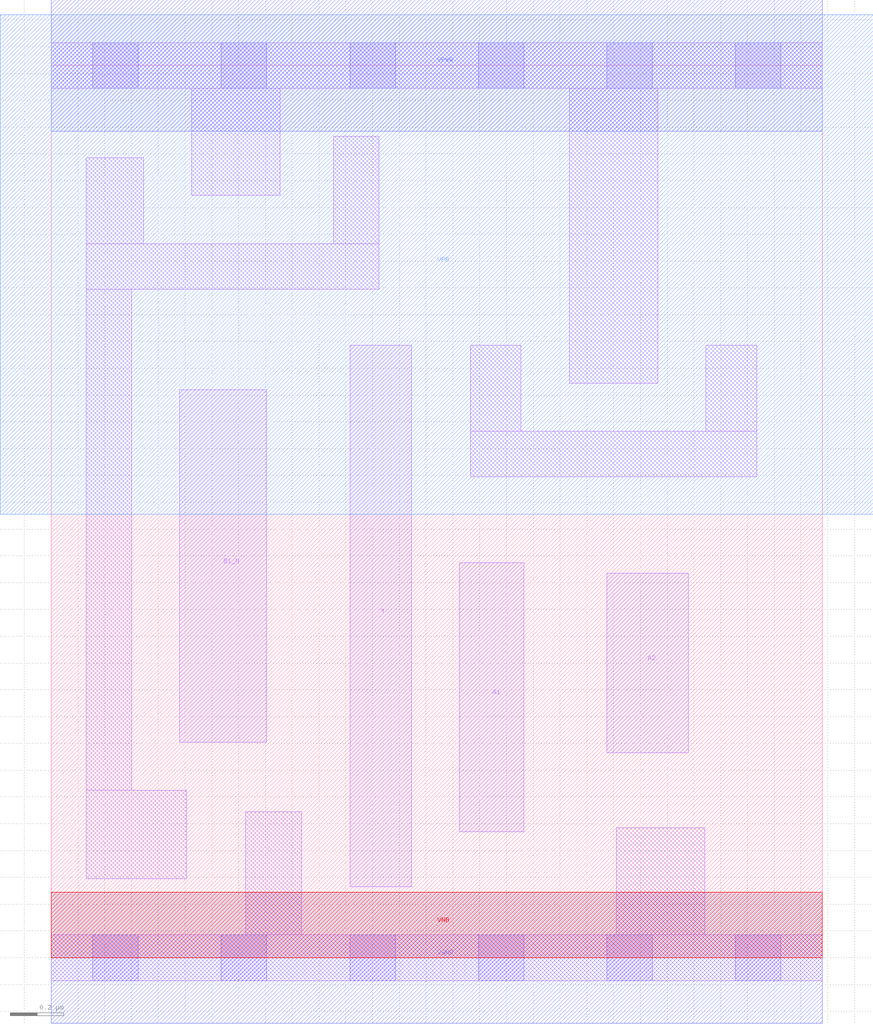
<source format=lef>
# Copyright 2020 The SkyWater PDK Authors
#
# Licensed under the Apache License, Version 2.0 (the "License");
# you may not use this file except in compliance with the License.
# You may obtain a copy of the License at
#
#     https://www.apache.org/licenses/LICENSE-2.0
#
# Unless required by applicable law or agreed to in writing, software
# distributed under the License is distributed on an "AS IS" BASIS,
# WITHOUT WARRANTIES OR CONDITIONS OF ANY KIND, either express or implied.
# See the License for the specific language governing permissions and
# limitations under the License.
#
# SPDX-License-Identifier: Apache-2.0

VERSION 5.7 ;
  NOWIREEXTENSIONATPIN ON ;
  DIVIDERCHAR "/" ;
  BUSBITCHARS "[]" ;
MACRO sky130_fd_sc_lp__a21boi_m
  CLASS CORE ;
  FOREIGN sky130_fd_sc_lp__a21boi_m ;
  ORIGIN  0.000000  0.000000 ;
  SIZE  2.880000 BY  3.330000 ;
  SYMMETRY X Y R90 ;
  SITE unit ;
  PIN A1
    ANTENNAGATEAREA  0.126000 ;
    DIRECTION INPUT ;
    USE SIGNAL ;
    PORT
      LAYER li1 ;
        RECT 1.525000 0.470000 1.765000 1.475000 ;
    END
  END A1
  PIN A2
    ANTENNAGATEAREA  0.126000 ;
    DIRECTION INPUT ;
    USE SIGNAL ;
    PORT
      LAYER li1 ;
        RECT 2.075000 0.765000 2.380000 1.435000 ;
    END
  END A2
  PIN B1_N
    ANTENNAGATEAREA  0.126000 ;
    DIRECTION INPUT ;
    USE SIGNAL ;
    PORT
      LAYER li1 ;
        RECT 0.480000 0.805000 0.805000 2.120000 ;
    END
  END B1_N
  PIN Y
    ANTENNADIFFAREA  0.228900 ;
    DIRECTION OUTPUT ;
    USE SIGNAL ;
    PORT
      LAYER li1 ;
        RECT 1.115000 0.265000 1.345000 2.285000 ;
    END
  END Y
  PIN VGND
    DIRECTION INOUT ;
    USE GROUND ;
    PORT
      LAYER met1 ;
        RECT 0.000000 -0.245000 2.880000 0.245000 ;
    END
  END VGND
  PIN VNB
    DIRECTION INOUT ;
    USE GROUND ;
    PORT
      LAYER pwell ;
        RECT 0.000000 0.000000 2.880000 0.245000 ;
    END
  END VNB
  PIN VPB
    DIRECTION INOUT ;
    USE POWER ;
    PORT
      LAYER nwell ;
        RECT -0.190000 1.655000 3.070000 3.520000 ;
    END
  END VPB
  PIN VPWR
    DIRECTION INOUT ;
    USE POWER ;
    PORT
      LAYER met1 ;
        RECT 0.000000 3.085000 2.880000 3.575000 ;
    END
  END VPWR
  OBS
    LAYER li1 ;
      RECT 0.000000 -0.085000 2.880000 0.085000 ;
      RECT 0.000000  3.245000 2.880000 3.415000 ;
      RECT 0.130000  0.295000 0.505000 0.625000 ;
      RECT 0.130000  0.625000 0.300000 2.495000 ;
      RECT 0.130000  2.495000 1.225000 2.665000 ;
      RECT 0.130000  2.665000 0.345000 2.985000 ;
      RECT 0.525000  2.845000 0.855000 3.245000 ;
      RECT 0.725000  0.085000 0.935000 0.545000 ;
      RECT 1.055000  2.665000 1.225000 3.065000 ;
      RECT 1.565000  1.795000 2.635000 1.965000 ;
      RECT 1.565000  1.965000 1.755000 2.285000 ;
      RECT 1.935000  2.145000 2.265000 3.245000 ;
      RECT 2.110000  0.085000 2.440000 0.485000 ;
      RECT 2.445000  1.965000 2.635000 2.285000 ;
    LAYER mcon ;
      RECT 0.155000 -0.085000 0.325000 0.085000 ;
      RECT 0.155000  3.245000 0.325000 3.415000 ;
      RECT 0.635000 -0.085000 0.805000 0.085000 ;
      RECT 0.635000  3.245000 0.805000 3.415000 ;
      RECT 1.115000 -0.085000 1.285000 0.085000 ;
      RECT 1.115000  3.245000 1.285000 3.415000 ;
      RECT 1.595000 -0.085000 1.765000 0.085000 ;
      RECT 1.595000  3.245000 1.765000 3.415000 ;
      RECT 2.075000 -0.085000 2.245000 0.085000 ;
      RECT 2.075000  3.245000 2.245000 3.415000 ;
      RECT 2.555000 -0.085000 2.725000 0.085000 ;
      RECT 2.555000  3.245000 2.725000 3.415000 ;
  END
END sky130_fd_sc_lp__a21boi_m
END LIBRARY

</source>
